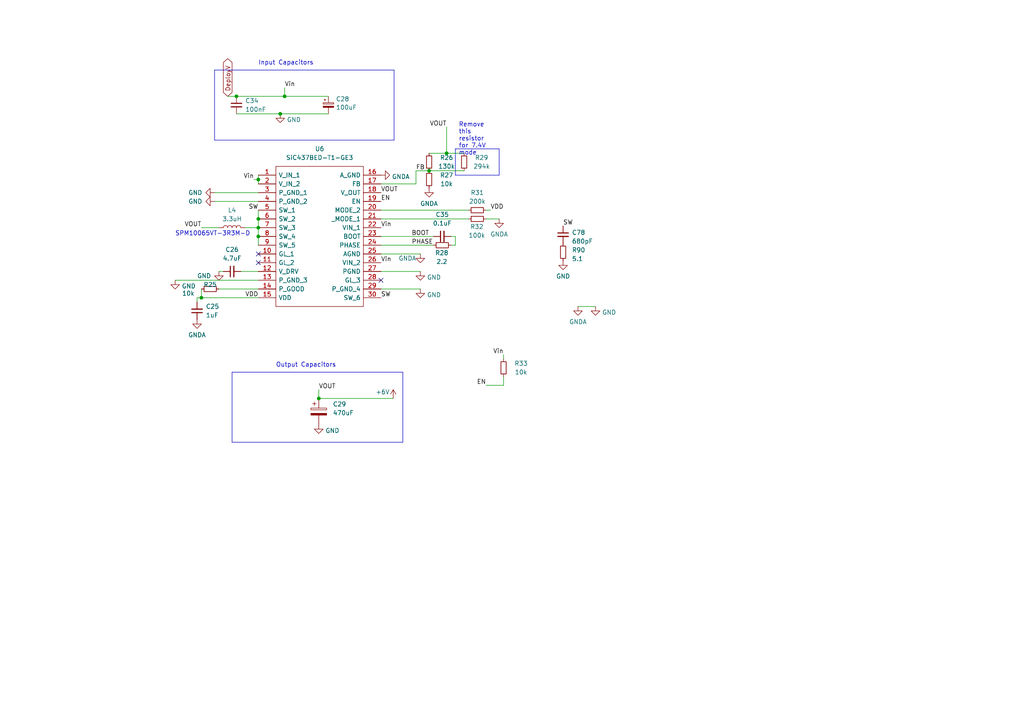
<source format=kicad_sch>
(kicad_sch (version 20231120) (generator "eeschema") (generator_version "8.0")
  (paper "A4")
  (lib_symbols
    (symbol "Device:C_Polarized" (pin_numbers hide) (pin_names (offset 0.254))
      (property "Reference" "C" (at 0.635 2.54 0))
      (property "Value" "C_Polarized" (at 0.635 -2.54 0))
      (symbol "C_Polarized_0_1"
        (rectangle (start -2.286 0.508) (end 2.286 1.016))
        (polyline (pts (xy -1.778 2.286) (xy -0.762 2.286)))
        (polyline (pts (xy -1.27 2.794) (xy -1.27 1.778)))
        (rectangle (start 2.286 -0.508) (end -2.286 -1.016) (fill (type outline)))
      )
      (symbol "C_Polarized_1_1"
        (pin passive line (at 0 3.81 270) (length 2.794) (name "~") (number "1"))
        (pin passive line (at 0 -3.81 90) (length 2.794) (name "~") (number "2"))
      )
    )
    (symbol "Device:C_Polarized_Small" (pin_numbers hide) (pin_names (offset 0.254) hide)
      (property "Reference" "C" (at 0.254 1.778 0))
      (property "Value" "C_Polarized_Small" (at 0.254 -2.032 0))
      (symbol "C_Polarized_Small_0_1"
        (rectangle (start -1.524 -0.3048) (end 1.524 -0.6858) (fill (type outline)))
        (rectangle (start -1.524 0.6858) (end 1.524 0.3048))
        (polyline (pts (xy -1.27 1.524) (xy -0.762 1.524)))
        (polyline (pts (xy -1.016 1.27) (xy -1.016 1.778)))
      )
      (symbol "C_Polarized_Small_1_1"
        (pin passive line (at 0 2.54 270) (length 1.8542) (name "~") (number "1"))
        (pin passive line (at 0 -2.54 90) (length 1.8542) (name "~") (number "2"))
      )
    )
    (symbol "Device:C_Small" (pin_numbers hide) (pin_names (offset 0.254) hide)
      (property "Reference" "C" (at 0.254 1.778 0))
      (property "Value" "C_Small" (at 0.254 -2.032 0))
      (symbol "C_Small_0_1"
        (polyline (pts (xy -1.524 -0.508) (xy 1.524 -0.508)) (stroke (width 0.3302)))
        (polyline (pts (xy -1.524 0.508) (xy 1.524 0.508)) (stroke (width 0.3048)))
      )
      (symbol "C_Small_1_1"
        (pin passive line (at 0 2.54 270) (length 2.032) (name "~") (number "1"))
        (pin passive line (at 0 -2.54 90) (length 2.032) (name "~") (number "2"))
      )
    )
    (symbol "Device:L" (pin_numbers hide) (pin_names (offset 1.016) hide)
      (property "Reference" "L" (at -1.27 0 90))
      (property "Value" "L" (at 1.905 0 90))
      (symbol "L_0_1"
        (arc (start 0 -2.54) (mid 0.6323 -1.905) (end 0 -1.27))
        (arc (start 0 -1.27) (mid 0.6323 -0.635) (end 0 0))
        (arc (start 0 0) (mid 0.6323 0.635) (end 0 1.27))
        (arc (start 0 1.27) (mid 0.6323 1.905) (end 0 2.54))
      )
      (symbol "L_1_1"
        (pin passive line (at 0 3.81 270) (length 1.27) (name "1") (number "1"))
        (pin passive line (at 0 -3.81 90) (length 1.27) (name "2") (number "2"))
      )
    )
    (symbol "Device:R_Small" (pin_numbers hide) (pin_names (offset 0.254) hide)
      (property "Reference" "R" (at 0.762 0.508 0))
      (property "Value" "R_Small" (at 0.762 -1.016 0))
      (symbol "R_Small_0_1"
        (rectangle (start -0.762 1.778) (end 0.762 -1.778) (stroke (width 0.2032)))
      )
      (symbol "R_Small_1_1"
        (pin passive line (at 0 2.54 270) (length 0.762) (name "~") (number "1"))
        (pin passive line (at 0 -2.54 90) (length 0.762) (name "~") (number "2"))
      )
    )
    (symbol "iclr:SiC437BED-T1-GE3" (pin_names (offset 0.762))
      (property "Reference" "IC" (at 31.75 7.62 0))
      (property "Value" "SiC437BED-T1-GE3" (at 31.75 5.08 0))
      (symbol "SiC437BED-T1-GE3_0_0"
        (pin passive line (at 0 0 0) (length 5.08) (name "V_IN_1") (number "1"))
        (pin passive line (at 0 -22.86 0) (length 5.08) (name "GL_1") (number "10"))
        (pin passive line (at 0 -25.4 0) (length 5.08) (name "GL_2") (number "11"))
        (pin passive line (at 0 -27.94 0) (length 5.08) (name "V_DRV") (number "12"))
        (pin passive line (at 0 -30.48 0) (length 5.08) (name "P_GND_3") (number "13"))
        (pin passive line (at 0 -33.02 0) (length 5.08) (name "P_GOOD") (number "14"))
        (pin passive line (at 0 -35.56 0) (length 5.08) (name "VDD") (number "15"))
        (pin passive line (at 35.56 0 180) (length 5.08) (name "A_GND") (number "16"))
        (pin passive line (at 35.56 -2.54 180) (length 5.08) (name "FB") (number "17"))
        (pin passive line (at 35.56 -5.08 180) (length 5.08) (name "V_OUT") (number "18"))
        (pin passive line (at 35.56 -7.62 180) (length 5.08) (name "EN") (number "19"))
        (pin passive line (at 0 -2.54 0) (length 5.08) (name "V_IN_2") (number "2"))
        (pin passive line (at 35.56 -10.16 180) (length 5.08) (name "MODE_2") (number "20"))
        (pin passive line (at 35.56 -12.7 180) (length 5.08) (name "_MODE_1") (number "21"))
        (pin passive line (at 35.56 -15.24 180) (length 5.08) (name "VIN_1") (number "22"))
        (pin passive line (at 35.56 -17.78 180) (length 5.08) (name "BOOT") (number "23"))
        (pin passive line (at 35.56 -20.32 180) (length 5.08) (name "PHASE") (number "24"))
        (pin passive line (at 35.56 -22.86 180) (length 5.08) (name "AGND") (number "25"))
        (pin passive line (at 35.56 -25.4 180) (length 5.08) (name "VIN_2") (number "26"))
        (pin passive line (at 35.56 -27.94 180) (length 5.08) (name "PGND") (number "27"))
        (pin passive line (at 35.56 -30.48 180) (length 5.08) (name "GL_3") (number "28"))
        (pin passive line (at 35.56 -33.02 180) (length 5.08) (name "P_GND_4") (number "29"))
        (pin passive line (at 0 -5.08 0) (length 5.08) (name "P_GND_1") (number "3"))
        (pin passive line (at 35.56 -35.56 180) (length 5.08) (name "SW_6") (number "30"))
        (pin passive line (at 0 -7.62 0) (length 5.08) (name "P_GND_2") (number "4"))
        (pin passive line (at 0 -10.16 0) (length 5.08) (name "SW_1") (number "5"))
        (pin passive line (at 0 -12.7 0) (length 5.08) (name "SW_2") (number "6"))
        (pin passive line (at 0 -15.24 0) (length 5.08) (name "SW_3") (number "7"))
        (pin passive line (at 0 -17.78 0) (length 5.08) (name "SW_4") (number "8"))
        (pin passive line (at 0 -20.32 0) (length 5.08) (name "SW_5") (number "9"))
      )
      (symbol "SiC437BED-T1-GE3_0_1"
        (polyline (pts (xy 5.08 2.54) (xy 30.48 2.54) (xy 30.48 -38.1) (xy 5.08 -38.1) (xy 5.08 2.54)) (stroke (width 0.1524)))
      )
    )
    (symbol "power:+6V" (power) (pin_names (offset 0))
      (property "Value" "+6V" (at 0 3.556 0))
      (symbol "+6V_0_1"
        (polyline (pts (xy -0.762 1.27) (xy 0 2.54)))
        (polyline (pts (xy 0 0) (xy 0 2.54)))
        (polyline (pts (xy 0 2.54) (xy 0.762 1.27)))
      )
      (symbol "+6V_1_1"
        (pin power_in line (at 0 0 90) (length 0) hide (name "+6V") (number "1"))
      )
    )
    (symbol "power:GND" (power) (pin_names (offset 0))
      (property "Value" "GND" (at 0 -3.81 0))
      (symbol "GND_0_1"
        (polyline (pts (xy 0 0) (xy 0 -1.27) (xy 1.27 -1.27) (xy 0 -2.54) (xy -1.27 -1.27) (xy 0 -1.27)))
      )
      (symbol "GND_1_1"
        (pin power_in line (at 0 0 270) (length 0) hide (name "GND") (number "1"))
      )
    )
    (symbol "power:GNDA" (power) (pin_names (offset 0))
      (property "Value" "GNDA" (at 0 -3.81 0))
      (symbol "GNDA_0_1"
        (polyline (pts (xy 0 0) (xy 0 -1.27) (xy 1.27 -1.27) (xy 0 -2.54) (xy -1.27 -1.27) (xy 0 -1.27)))
      )
      (symbol "GNDA_1_1"
        (pin power_in line (at 0 0 270) (length 0) hide (name "GNDA") (number "1"))
      )
    )
  )
  (junction (at 74.93 52.07))
  (junction (at 92.456 115.57))
  (junction (at 81.28 33.02))
  (junction (at 74.93 63.5))
  (junction (at 74.93 68.58))
  (junction (at 129.54 44.45))
  (junction (at 74.93 66.04))
  (junction (at 68.58 27.94))
  (junction (at 124.46 49.53))
  (junction (at 82.55 27.94))
  (junction (at 58.42 86.36))
  (no_connect (at 74.93 76.2))
  (no_connect (at 74.93 73.66))
  (no_connect (at 110.49 81.28))
  (wire (pts (xy 140.97 63.5) (xy 144.78 63.5)))
  (wire (pts (xy 58.42 86.36) (xy 74.93 86.36)))
  (wire (pts (xy 82.55 25.4) (xy 82.55 27.94)))
  (polyline (pts (xy 144.78 43.18) (xy 144.78 50.8)))
  (wire (pts (xy 57.15 86.36) (xy 57.15 87.63)))
  (polyline (pts (xy 116.84 128.27) (xy 67.31 128.27)))
  (wire (pts (xy 146.05 104.14) (xy 146.05 102.87)))
  (polyline (pts (xy 69.85 107.95) (xy 116.84 107.95)))
  (wire (pts (xy 81.28 33.02) (xy 95.25 33.02)))
  (wire (pts (xy 110.49 53.34) (xy 120.65 53.34)))
  (wire (pts (xy 74.93 60.96) (xy 74.93 63.5)))
  (wire (pts (xy 68.58 33.02) (xy 81.28 33.02)))
  (polyline (pts (xy 64.77 20.32) (xy 114.3 20.32)))
  (wire (pts (xy 58.42 83.82) (xy 58.42 86.36)))
  (wire (pts (xy 71.12 66.04) (xy 74.93 66.04)))
  (wire (pts (xy 121.92 83.82) (xy 110.49 83.82)))
  (wire (pts (xy 74.93 50.8) (xy 74.93 52.07)))
  (polyline (pts (xy 67.31 107.95) (xy 69.85 107.95)))
  (wire (pts (xy 120.65 49.53) (xy 120.65 53.34)))
  (wire (pts (xy 74.93 68.58) (xy 74.93 71.12)))
  (wire (pts (xy 129.54 44.45) (xy 134.62 44.45)))
  (polyline (pts (xy 132.08 43.18) (xy 144.78 43.18)))
  (wire (pts (xy 92.456 115.57) (xy 114.046 115.57)))
  (wire (pts (xy 63.5 83.82) (xy 74.93 83.82)))
  (wire (pts (xy 63.5 78.74) (xy 64.77 78.74)))
  (wire (pts (xy 66.04 27.94) (xy 68.58 27.94)))
  (wire (pts (xy 121.92 78.74) (xy 110.49 78.74)))
  (wire (pts (xy 82.55 27.94) (xy 95.25 27.94)))
  (wire (pts (xy 167.64 88.9) (xy 172.72 88.9)))
  (wire (pts (xy 62.23 55.88) (xy 74.93 55.88)))
  (wire (pts (xy 120.65 49.53) (xy 124.46 49.53)))
  (wire (pts (xy 140.97 60.96) (xy 142.24 60.96)))
  (wire (pts (xy 74.93 63.5) (xy 74.93 66.04)))
  (wire (pts (xy 58.42 86.36) (xy 57.15 86.36)))
  (wire (pts (xy 140.97 111.76) (xy 146.05 111.76)))
  (polyline (pts (xy 67.31 128.27) (xy 67.31 107.95)))
  (wire (pts (xy 50.8 81.28) (xy 74.93 81.28)))
  (wire (pts (xy 132.08 68.58) (xy 132.08 71.12)))
  (wire (pts (xy 73.66 52.07) (xy 74.93 52.07)))
  (wire (pts (xy 74.93 52.07) (xy 74.93 53.34)))
  (polyline (pts (xy 62.23 20.32) (xy 64.77 20.32)))
  (wire (pts (xy 146.05 109.22) (xy 146.05 111.76)))
  (wire (pts (xy 69.85 78.74) (xy 74.93 78.74)))
  (wire (pts (xy 110.49 68.58) (xy 125.73 68.58)))
  (wire (pts (xy 62.23 58.42) (xy 74.93 58.42)))
  (wire (pts (xy 129.54 44.45) (xy 124.46 44.45)))
  (polyline (pts (xy 62.23 40.64) (xy 62.23 20.32)))
  (polyline (pts (xy 132.08 43.18) (xy 132.08 50.8)))
  (polyline (pts (xy 116.84 107.95) (xy 116.84 128.27)))
  (wire (pts (xy 68.58 27.94) (xy 82.55 27.94)))
  (wire (pts (xy 121.92 73.66) (xy 110.49 73.66)))
  (polyline (pts (xy 114.3 40.64) (xy 62.23 40.64)))
  (wire (pts (xy 58.42 66.04) (xy 63.5 66.04)))
  (wire (pts (xy 135.89 63.5) (xy 110.49 63.5)))
  (wire (pts (xy 110.49 71.12) (xy 125.73 71.12)))
  (wire (pts (xy 135.89 60.96) (xy 110.49 60.96)))
  (wire (pts (xy 92.456 113.03) (xy 92.456 115.57)))
  (wire (pts (xy 132.08 68.58) (xy 130.81 68.58)))
  (wire (pts (xy 124.46 49.53) (xy 134.62 49.53)))
  (polyline (pts (xy 144.78 50.8) (xy 132.08 50.8)))
  (wire (pts (xy 129.54 36.83) (xy 129.54 44.45)))
  (wire (pts (xy 132.08 71.12) (xy 130.81 71.12)))
  (polyline (pts (xy 114.3 20.32) (xy 114.3 40.64)))
  (wire (pts (xy 74.93 66.04) (xy 74.93 68.58)))
  (text_box "Remove this resistor for 7.4V mode" (at 132.08 34.29 0) (size 12.7 7.62) (stroke (width -0.0001)) (effects (font (size 1.27 1.27)) (justify left top)))
  (text "SPM10065VT-3R3M-D" (at 50.8 68.58 0) (effects (font (size 1.27 1.27)) (justify left bottom)))
  (text "Input Capacitors\n" (at 74.93 19.05 0) (effects (font (size 1.27 1.27)) (justify left bottom)))
  (text "Output Capacitors\n" (at 80.01 106.68 0) (effects (font (size 1.27 1.27)) (justify left bottom)))
  (label "VDD" (at 142.24 60.96 0))
  (label "SW" (at 163.322 65.532 0))
  (label "VOUT" (at 92.456 113.03 0))
  (label "Vin" (at 110.49 76.2 0))
  (label "EN" (at 110.49 58.42 0))
  (label "SW" (at 74.93 60.96 180))
  (label "VOUT" (at 129.54 36.83 180))
  (label "PHASE" (at 119.38 71.12 0))
  (label "VOUT" (at 58.42 66.04 180))
  (label "Vin" (at 110.49 66.04 0))
  (label "EN" (at 140.97 111.76 180))
  (label "FB" (at 120.65 49.53 0))
  (label "BOOT" (at 124.46 68.58 180))
  (label "Vin" (at 146.05 102.87 180))
  (label "SW" (at 110.49 86.36 0))
  (label "Vin" (at 82.55 25.4 0))
  (label "VOUT" (at 110.49 55.88 0))
  (label "VDD" (at 74.93 86.36 180))
  (label "Vin" (at 73.66 52.07 180))
  (global_label "DeployV" (shape bidirectional) (at 66.04 27.94 90) (property "Intersheetrefs" "${INTERSHEET_REFS}" (effects (hide yes))))
  (symbol (lib_id "power:GNDA") (at 57.15 92.71 0) (unit 1)
    (property "Reference" "#PWR059" (effects (hide yes)))
    (property "Value" "GNDA" (at 57.15 97.1534 0))
  )
  (symbol (lib_id "Device:R_Small") (at 124.46 46.99 180) (unit 1)
    (property "Reference" "R26" (at 129.54 45.72 0))
    (property "Value" "130k" (at 129.54 48.2569 0))
    (property "Footprint" "Resistor_SMD:R_0402_1005Metric" (effects (hide yes)))
  )
  (symbol (lib_id "power:GNDA") (at 124.46 54.61 0) (unit 1)
    (property "Reference" "#PWR072" (effects (hide yes)))
    (property "Value" "GNDA" (at 124.46 59.0534 0))
  )
  (symbol (lib_id "Device:C_Polarized") (at 92.456 119.38 0) (unit 1)
    (property "Reference" "C29" (at 96.52 117.2209 0) (effects (justify left)))
    (property "Value" "470uF" (at 96.52 119.7609 0) (effects (justify left)))
    (property "Footprint" "Capacitor_SMD:CP_Elec_6.3x7.7" (effects (hide yes)))
    (property "Description" "Polarized capacitor" (effects (hide yes)))
  )
  (symbol (lib_id "power:GND") (at 121.92 83.82 0) (unit 1)
    (property "Reference" "#PWR071" (effects (hide yes)))
    (property "Value" "GND" (at 123.825 85.5238 0) (effects (justify left)))
  )
  (symbol (lib_id "power:GND") (at 50.8 81.28 0) (unit 1)
    (property "Reference" "#PWR058" (effects (hide yes)))
    (property "Value" "GND" (at 52.705 82.9838 0) (effects (justify left)))
  )
  (symbol (lib_id "power:GNDA") (at 144.78 63.5 0) (unit 1)
    (property "Reference" "#PWR074" (effects (hide yes)))
    (property "Value" "GNDA" (at 144.78 67.9434 0))
  )
  (symbol (lib_id "Device:R_Small") (at 146.05 106.68 180) (unit 1)
    (property "Reference" "R33" (at 151.13 105.4131 0))
    (property "Value" "10k" (at 151.13 107.95 0))
    (property "Footprint" "Resistor_SMD:R_0402_1005Metric" (effects (hide yes)))
  )
  (symbol (lib_id "power:GND") (at 62.23 58.42 270) (unit 1)
    (property "Reference" "#PWR061" (effects (hide yes)))
    (property "Value" "GND" (at 54.61 58.42 90) (effects (justify left)))
  )
  (symbol (lib_id "Device:R_Small") (at 134.62 46.99 180) (unit 1)
    (property "Reference" "R29" (at 139.7 45.72 0))
    (property "Value" "294k" (at 139.7 48.2569 0))
    (property "Footprint" "Resistor_SMD:R_0402_1005Metric" (effects (hide yes)))
  )
  (symbol (lib_id "Device:R_Small") (at 163.322 73.152 0) (unit 1)
    (property "Reference" "R90" (at 165.862 72.517 0) (effects (justify left)))
    (property "Value" "5.1" (at 165.862 75.057 0) (effects (justify left)))
    (property "Footprint" "Resistor_SMD:R_0603_1608Metric" (effects (hide yes)))
    (instances (project "Ricardo-Stark" (path "" (reference "R90") (unit 1))) (project "PDU" (path "" (reference "R37") (unit 1))))
  )
  (symbol (lib_id "power:GND") (at 163.322 75.692 0) (unit 1)
    (property "Reference" "#PWR0174" (effects (hide yes)))
    (property "Value" "GND" (at 163.322 80.1354 0))
    (instances (project "Ricardo-Stark" (path "" (reference "#PWR0174") (unit 1))) (project "PDU" (path "" (reference "#PWR017") (unit 1))))
  )
  (symbol (lib_id "Device:C_Small") (at 67.31 78.74 90) (unit 1)
    (property "Reference" "C26" (at 67.3163 72.39 90))
    (property "Value" "4.7uF" (at 67.3163 74.93 90))
    (property "Footprint" "Capacitor_SMD:C_0402_1005Metric" (effects (hide yes)))
  )
  (symbol (lib_id "power:GND") (at 121.92 78.74 0) (unit 1)
    (property "Reference" "#PWR070" (effects (hide yes)))
    (property "Value" "GND" (at 123.825 80.4438 0) (effects (justify left)))
  )
  (symbol (lib_id "power:GND") (at 92.456 123.19 0) (unit 1)
    (property "Reference" "#PWR065" (effects (hide yes)))
    (property "Value" "GND" (at 94.361 124.8938 0) (effects (justify left)))
  )
  (symbol (lib_id "Device:R_Small") (at 138.43 63.5 90) (unit 1)
    (property "Reference" "R32" (at 138.3045 65.732 90))
    (property "Value" "100k" (at 138.3045 68.2689 90))
    (property "Footprint" "Resistor_SMD:R_0402_1005Metric" (effects (hide yes)))
  )
  (symbol (lib_id "Device:C_Small") (at 163.322 68.072 0) (unit 1)
    (property "Reference" "C78" (at 165.862 67.4433 0) (effects (justify left)))
    (property "Value" "680pF" (at 165.862 69.9833 0) (effects (justify left)))
    (property "Footprint" "Capacitor_SMD:C_0603_1608Metric" (effects (hide yes)))
    (instances (project "Ricardo-Stark" (path "" (reference "C78") (unit 1))) (project "PDU" (path "" (reference "C16") (unit 1))))
  )
  (symbol (lib_id "power:+6V") (at 114.046 115.57 0) (unit 1)
    (property "Reference" "#PWR067" (effects (hide yes)))
    (property "Value" "+6V" (at 110.9813 113.6978 0))
  )
  (symbol (lib_id "power:GNDA") (at 167.64 88.9 0) (mirror y) (unit 1)
    (property "Reference" "#PWR076" (effects (hide yes)))
    (property "Value" "GNDA" (at 167.64 93.3434 0))
  )
  (symbol (lib_id "power:GNDA") (at 110.49 50.8 90) (unit 1)
    (property "Reference" "#PWR068" (effects (hide yes)))
    (property "Value" "GNDA" (at 113.665 51.2338 90) (effects (justify right)))
  )
  (symbol (lib_id "power:GND") (at 81.28 33.02 0) (unit 1)
    (property "Reference" "#PWR064" (effects (hide yes)))
    (property "Value" "GND" (at 83.185 34.7238 0) (effects (justify left)))
  )
  (symbol (lib_id "power:GND") (at 172.72 88.9 0) (unit 1)
    (property "Reference" "#PWR077" (effects (hide yes)))
    (property "Value" "GND" (at 174.625 90.6038 0) (effects (justify left)))
  )
  (symbol (lib_id "Device:L") (at 67.31 66.04 90) (unit 1)
    (property "Reference" "L4" (at 67.31 60.96 90))
    (property "Value" "3.3uH" (at 67.31 63.5 90))
    (property "Footprint" "Inductor_SMD:ETQP5M6M_YLC" (effects (hide yes)))
    (property "Datasheet" "  (layer \"F.Cu\")" (effects (hide yes)))
  )
  (symbol (lib_id "power:GND") (at 63.5 78.74 0) (unit 1)
    (property "Reference" "#PWR062" (effects (hide yes)))
    (property "Value" "GND" (at 57.15 80.01 0) (effects (justify left)))
  )
  (symbol (lib_id "iclr:SiC437BED-T1-GE3") (at 74.93 50.8 0) (unit 1)
    (property "Reference" "U6" (at 92.71 43.18 0))
    (property "Value" "SiC437BED-T1-GE3" (at 92.71 45.72 0))
    (property "Footprint" "iclr:SiC437BEDT1GE3" (effects (hide yes)))
    (property "Datasheet" "https://componentsearchengine.com/Datasheets/1/SiC437BED-T1-GE3.pdf" (effects (hide yes)))
    (property "Description" "Switching Voltage Regulators 3-28V 12A 50uA microBUCK MLP44-24" (effects (hide yes)))
    (property "Height" "0.8" (effects (hide yes)))
    (property "Manufacturer_Name" "Vishay" (effects (hide yes)))
    (property "Manufacturer_Part_Number" "SiC437BED-T1-GE3" (effects (hide yes)))
    (property "Mouser Part Number" "78-SIC437BED-T1-GE3" (effects (hide yes)))
    (property "Mouser Price/Stock" "https://www.mouser.co.uk/ProductDetail/Vishay-Siliconix/SiC437BED-T1-GE3?qs=chTDxNqvsyntp1SKlnHzGA%3D%3D" (effects (hide yes)))
    (property "Arrow Part Number" "SIC437BED-T1-GE3" (effects (hide yes)))
    (property "Arrow Price/Stock" "https://www.arrow.com/en/products/sic437bed-t1-ge3/vishay" (effects (hide yes)))
  )
  (symbol (lib_id "Device:R_Small") (at 124.46 52.07 180) (unit 1)
    (property "Reference" "R27" (at 129.54 50.8031 0))
    (property "Value" "10k" (at 129.54 53.34 0))
    (property "Footprint" "Resistor_SMD:R_0402_1005Metric" (effects (hide yes)))
  )
  (symbol (lib_id "Device:R_Small") (at 60.96 83.82 90) (unit 1)
    (property "Reference" "R25" (at 60.96 82.55 90))
    (property "Value" "10k" (at 54.61 85.0869 90))
    (property "Footprint" "Resistor_SMD:R_0402_1005Metric" (effects (hide yes)))
  )
  (symbol (lib_id "power:GND") (at 62.23 55.88 270) (unit 1)
    (property "Reference" "#PWR060" (effects (hide yes)))
    (property "Value" "GND" (at 54.61 55.88 90) (effects (justify left)))
  )
  (symbol (lib_id "Device:R_Small") (at 128.27 71.12 90) (unit 1)
    (property "Reference" "R28" (at 128.1445 73.352 90))
    (property "Value" "2.2" (at 128.1445 75.8889 90))
    (property "Footprint" "Resistor_SMD:R_0402_1005Metric" (effects (hide yes)))
  )
  (symbol (lib_id "Device:C_Polarized_Small") (at 95.25 30.48 0) (unit 1)
    (property "Reference" "C28" (at 97.409 28.7217 0) (effects (justify left)))
    (property "Value" "100uF" (at 97.409 31.146 0) (effects (justify left)))
    (property "Footprint" "Capacitor_Tantalum_SMD:CP_EIA-7343-40_Kemet-Y" (effects (hide yes)))
  )
  (symbol (lib_id "Device:C_Small") (at 68.58 30.48 0) (unit 1)
    (property "Reference" "C34" (at 71.12 29.2163 0) (effects (justify left)))
    (property "Value" "100nF" (at 71.12 31.7563 0) (effects (justify left)))
    (property "Footprint" "Capacitor_SMD:C_0402_1005Metric" (effects (hide yes)))
  )
  (symbol (lib_id "Device:C_Small") (at 57.15 90.17 180) (unit 1)
    (property "Reference" "C25" (at 59.69 88.8936 0) (effects (justify right)))
    (property "Value" "1uF" (at 59.69 91.4336 0) (effects (justify right)))
    (property "Footprint" "Capacitor_SMD:C_0402_1005Metric" (effects (hide yes)))
  )
  (symbol (lib_id "Device:R_Small") (at 138.43 60.96 90) (unit 1)
    (property "Reference" "R31" (at 138.43 55.88 90))
    (property "Value" "200k" (at 138.43 58.4169 90))
    (property "Footprint" "Resistor_SMD:R_0402_1005Metric" (effects (hide yes)))
  )
  (symbol (lib_id "power:GNDA") (at 121.92 73.66 0) (unit 1)
    (property "Reference" "#PWR069" (effects (hide yes)))
    (property "Value" "GNDA" (at 115.57 74.93 0) (effects (justify left)))
  )
  (symbol (lib_id "Device:C_Small") (at 128.27 68.58 90) (unit 1)
    (property "Reference" "C35" (at 128.2763 62.23 90))
    (property "Value" "0.1uF" (at 128.2763 64.77 90))
    (property "Footprint" "Capacitor_SMD:C_0402_1005Metric" (effects (hide yes)))
  )
)
</source>
